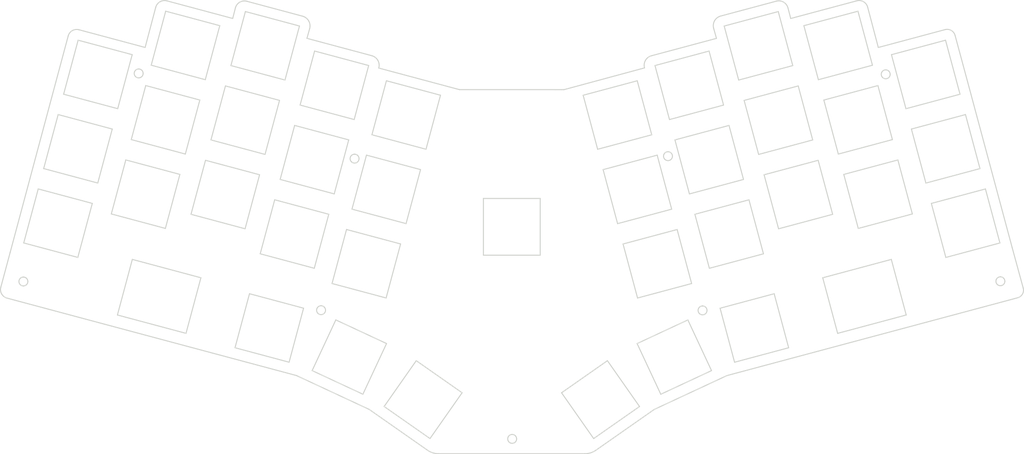
<source format=kicad_pcb>
(kicad_pcb (version 20171130) (host pcbnew "(5.1.10)-1")

  (general
    (thickness 1.6)
    (drawings 270)
    (tracks 0)
    (zones 0)
    (modules 0)
    (nets 1)
  )

  (page A4)
  (layers
    (0 F.Cu signal)
    (31 B.Cu signal)
    (32 B.Adhes user)
    (33 F.Adhes user)
    (34 B.Paste user)
    (35 F.Paste user)
    (36 B.SilkS user)
    (37 F.SilkS user)
    (38 B.Mask user)
    (39 F.Mask user)
    (40 Dwgs.User user)
    (41 Cmts.User user)
    (42 Eco1.User user)
    (43 Eco2.User user)
    (44 Edge.Cuts user)
    (45 Margin user)
    (46 B.CrtYd user)
    (47 F.CrtYd user)
    (48 B.Fab user)
    (49 F.Fab user)
  )

  (setup
    (last_trace_width 0.254)
    (trace_clearance 0.2)
    (zone_clearance 0.508)
    (zone_45_only no)
    (trace_min 0.2)
    (via_size 0.8)
    (via_drill 0.4)
    (via_min_size 0.4)
    (via_min_drill 0.3)
    (uvia_size 0.3)
    (uvia_drill 0.1)
    (uvias_allowed no)
    (uvia_min_size 0.2)
    (uvia_min_drill 0.1)
    (edge_width 0.05)
    (segment_width 0.2)
    (pcb_text_width 0.3)
    (pcb_text_size 1.5 1.5)
    (mod_edge_width 0.12)
    (mod_text_size 1 1)
    (mod_text_width 0.15)
    (pad_size 1.524 1.524)
    (pad_drill 0.762)
    (pad_to_mask_clearance 0)
    (aux_axis_origin 0 0)
    (visible_elements 7FFFFFFF)
    (pcbplotparams
      (layerselection 0x010fc_ffffffff)
      (usegerberextensions false)
      (usegerberattributes true)
      (usegerberadvancedattributes true)
      (creategerberjobfile true)
      (excludeedgelayer true)
      (linewidth 0.100000)
      (plotframeref false)
      (viasonmask false)
      (mode 1)
      (useauxorigin false)
      (hpglpennumber 1)
      (hpglpenspeed 20)
      (hpglpendiameter 15.000000)
      (psnegative false)
      (psa4output false)
      (plotreference true)
      (plotvalue true)
      (plotinvisibletext false)
      (padsonsilk false)
      (subtractmaskfromsilk false)
      (outputformat 1)
      (mirror false)
      (drillshape 0)
      (scaleselection 1)
      (outputdirectory "gerbers/"))
  )

  (net 0 "")

  (net_class Default "This is the default net class."
    (clearance 0.2)
    (trace_width 0.254)
    (via_dia 0.8)
    (via_drill 0.4)
    (uvia_dia 0.3)
    (uvia_drill 0.1)
  )

  (net_class Power ""
    (clearance 0.2)
    (trace_width 0.381)
    (via_dia 0.8)
    (via_drill 0.4)
    (uvia_dia 0.3)
    (uvia_drill 0.1)
  )

  (gr_curve (pts (xy 99.889269 47.220549) (xy 100.217553 47.795855) (xy 100.302154 48.478546) (xy 100.12423 49.116582)) (layer Edge.Cuts) (width 0.25))
  (gr_curve (pts (xy 24.207645 114.609989) (xy 23.917114 114.106742) (xy 23.838435 113.508681) (xy 23.988921 112.947415)) (layer Edge.Cuts) (width 0.25))
  (gr_line (start 185.064523 143.097843) (end 170.679598 153.170098) (layer Edge.Cuts) (width 0.25))
  (gr_curve (pts (xy 62.175038 43.868727) (xy 62.327538 43.290564) (xy 62.704016 42.796939) (xy 63.22126 42.496958)) (layer Edge.Cuts) (width 0.25))
  (gr_curve (pts (xy 25.538055 115.630773) (xy 24.97675 115.480432) (xy 24.498175 115.113236) (xy 24.207645 114.609989)) (layer Edge.Cuts) (width 0.25))
  (gr_line (start 99.45382 51.52068) (end 115.439737 55.803449) (layer Edge.Cuts) (width 0.25))
  (gr_curve (pts (xy 116.940694 56.967152) (xy 117.264341 57.540961) (xy 117.343439 58.220878) (xy 117.16016 58.85366)) (layer Edge.Cuts) (width 0.25))
  (gr_curve (pts (xy 81.821427 44.005116) (xy 81.973053 43.415013) (xy 82.354361 42.910049) (xy 82.880425 42.602692)) (layer Edge.Cuts) (width 0.25))
  (gr_line (start 64.931484 42.270099) (end 81.15058 46.61594) (layer Edge.Cuts) (width 0.25))
  (gr_curve (pts (xy 63.22126 42.496958) (xy 63.738503 42.196978) (xy 64.35392 42.115344) (xy 64.931484 42.270099)) (layer Edge.Cuts) (width 0.25))
  (gr_line (start 167.968405 154.024821) (end 131.89154 154.02238) (layer Edge.Cuts) (width 0.25))
  (gr_line (start 84.622135 42.368781) (end 98.376464 46.053688) (layer Edge.Cuts) (width 0.25))
  (gr_line (start 273.30412 103.186823) (end 276.024638 113.164176) (layer Edge.Cuts) (width 0.25))
  (gr_curve (pts (xy 82.880425 42.602692) (xy 83.406489 42.295336) (xy 84.033618 42.211112) (xy 84.622135 42.368781)) (layer Edge.Cuts) (width 0.25))
  (gr_line (start 100.12423 49.116582) (end 99.45382 51.52068) (layer Edge.Cuts) (width 0.25))
  (gr_curve (pts (xy 98.376464 46.053688) (xy 99.016279 46.2251) (xy 99.560985 46.645244) (xy 99.889269 47.220549)) (layer Edge.Cuts) (width 0.25))
  (gr_line (start 37.566717 62.24964) (end 40.602462 50.924061) (layer Edge.Cuts) (width 0.25))
  (gr_line (start 26.29674 104.339983) (end 37.566717 62.24964) (layer Edge.Cuts) (width 0.25))
  (gr_line (start 202.981685 134.741243) (end 185.064523 143.097843) (layer Edge.Cuts) (width 0.25))
  (gr_line (start 96.87826 134.738599) (end 25.538055 115.630773) (layer Edge.Cuts) (width 0.25))
  (gr_line (start 114.79796 143.095199) (end 96.87826 134.738599) (layer Edge.Cuts) (width 0.25))
  (gr_line (start 81.15058 46.61594) (end 81.821427 44.005116) (layer Edge.Cuts) (width 0.25))
  (gr_line (start 117.16016 58.85366) (end 137.028043 64.17496) (layer Edge.Cuts) (width 0.25))
  (gr_curve (pts (xy 115.439737 55.803449) (xy 116.076085 55.973933) (xy 116.617046 56.393344) (xy 116.940694 56.967152)) (layer Edge.Cuts) (width 0.25))
  (gr_line (start 59.56312 53.77112) (end 62.175038 43.868727) (layer Edge.Cuts) (width 0.25))
  (gr_line (start 23.988921 112.947415) (end 26.29674 104.339983) (layer Edge.Cuts) (width 0.25))
  (gr_line (start 43.243968 49.399075) (end 59.56312 53.77112) (layer Edge.Cuts) (width 0.25))
  (gr_curve (pts (xy 40.602462 50.924061) (xy 40.910845 49.773565) (xy 42.093434 49.090836) (xy 43.243968 49.399075)) (layer Edge.Cuts) (width 0.25))
  (gr_line (start 129.180413 153.167363) (end 114.79796 143.095199) (layer Edge.Cuts) (width 0.25))
  (gr_curve (pts (xy 131.89154 154.02238) (xy 130.921507 154.022315) (xy 129.97498 153.723805) (xy 129.180413 153.167363)) (layer Edge.Cuts) (width 0.25))
  (gr_curve (pts (xy 170.679598 153.170098) (xy 169.884992 153.726478) (xy 168.938434 154.024887) (xy 167.968405 154.024821)) (layer Edge.Cuts) (width 0.25))
  (gr_line (start 137.028043 64.17496) (end 162.826823 64.18004) (layer Edge.Cuts) (width 0.25))
  (gr_curve (pts (xy 188.455936 79.496789) (xy 188.011322 79.496789) (xy 187.610488 79.764618) (xy 187.440342 80.175387)) (layer Edge.Cuts) (width 0.25))
  (gr_curve (pts (xy 195.960515 118.235253) (xy 195.790369 118.646022) (xy 195.884418 119.118838) (xy 196.198807 119.433227)) (layer Edge.Cuts) (width 0.25))
  (gr_curve (pts (xy 189.555206 80.59606) (xy 189.555206 79.98895) (xy 189.063046 79.496789) (xy 188.455936 79.496789)) (layer Edge.Cuts) (width 0.25))
  (gr_line (start 150.046045 149.266779) (end 150.046045 149.266779) (layer Edge.Cuts) (width 0.25))
  (gr_curve (pts (xy 149.030452 149.945377) (xy 148.860305 150.356147) (xy 148.954354 150.828963) (xy 149.268744 151.143352)) (layer Edge.Cuts) (width 0.25))
  (gr_curve (pts (xy 269.618517 112.243252) (xy 269.932906 112.557641) (xy 270.405723 112.65169) (xy 270.816493 112.481544)) (layer Edge.Cuts) (width 0.25))
  (gr_curve (pts (xy 270.816493 112.481544) (xy 271.227261 112.311398) (xy 271.49509 111.910564) (xy 271.49509 111.46595)) (layer Edge.Cuts) (width 0.25))
  (gr_curve (pts (xy 101.920307 118.185217) (xy 101.750161 118.595987) (xy 101.84421 119.068803) (xy 102.158599 119.383192)) (layer Edge.Cuts) (width 0.25))
  (gr_line (start 240.299357 53.77366) (end 256.743559 49.367504) (layer Edge.Cuts) (width 0.25))
  (gr_curve (pts (xy 216.942403 42.581416) (xy 217.482826 42.895804) (xy 217.875495 43.4128) (xy 218.033339 44.017764)) (layer Edge.Cuts) (width 0.25))
  (gr_line (start 184.372167 55.819453) (end 200.406123 51.52322) (layer Edge.Cuts) (width 0.25))
  (gr_curve (pts (xy 102.935901 117.506619) (xy 102.491287 117.506619) (xy 102.090453 117.774448) (xy 101.920307 118.185217)) (layer Edge.Cuts) (width 0.25))
  (gr_curve (pts (xy 199.711217 49.055594) (xy 199.533211 48.423494) (xy 199.615795 47.746432) (xy 199.940521 47.175652)) (layer Edge.Cuts) (width 0.25))
  (gr_curve (pts (xy 215.154551 42.343046) (xy 215.758465 42.18123) (xy 216.401981 42.267028) (xy 216.942403 42.581416)) (layer Edge.Cuts) (width 0.25))
  (gr_line (start 162.826823 64.18004) (end 182.671843 58.81048) (layer Edge.Cuts) (width 0.25))
  (gr_curve (pts (xy 151.145316 150.36605) (xy 151.145316 150.074505) (xy 151.029501 149.794902) (xy 150.823347 149.588748)) (layer Edge.Cuts) (width 0.25))
  (gr_curve (pts (xy 197.396782 119.671519) (xy 197.807551 119.501373) (xy 198.07538 119.100539) (xy 198.07538 118.655926)) (layer Edge.Cuts) (width 0.25))
  (gr_curve (pts (xy 242.903181 59.618672) (xy 242.697028 59.412518) (xy 242.417424 59.296703) (xy 242.125879 59.296703)) (layer Edge.Cuts) (width 0.25))
  (gr_line (start 270.39582 110.366679) (end 270.39582 110.366679) (layer Edge.Cuts) (width 0.25))
  (gr_line (start 196.976109 117.556655) (end 196.976109 117.556655) (layer Edge.Cuts) (width 0.25))
  (gr_curve (pts (xy 196.976109 117.556655) (xy 196.531496 117.556655) (xy 196.130661 117.824483) (xy 195.960515 118.235253)) (layer Edge.Cuts) (width 0.25))
  (gr_curve (pts (xy 241.348577 61.173275) (xy 241.662966 61.487665) (xy 242.135782 61.581714) (xy 242.546552 61.411567)) (layer Edge.Cuts) (width 0.25))
  (gr_line (start 29.556068 110.426623) (end 29.556068 110.426623) (layer Edge.Cuts) (width 0.25))
  (gr_curve (pts (xy 276.024638 113.164176) (xy 276.306502 114.197913) (xy 275.697892 115.260159) (xy 274.665306 115.536793)) (layer Edge.Cuts) (width 0.25))
  (gr_line (start 237.672012 43.812754) (end 240.299357 53.77366) (layer Edge.Cuts) (width 0.25))
  (gr_curve (pts (xy 256.743559 49.367504) (xy 257.824045 49.077987) (xy 258.934867 49.718252) (xy 259.225941 50.79832)) (layer Edge.Cuts) (width 0.25))
  (gr_line (start 218.033339 44.017764) (end 218.711905 46.61848) (layer Edge.Cuts) (width 0.25))
  (gr_line (start 201.439367 46.017972) (end 215.154551 42.343046) (layer Edge.Cuts) (width 0.25))
  (gr_line (start 200.406123 51.52322) (end 199.711217 49.055594) (layer Edge.Cuts) (width 0.25))
  (gr_line (start 188.455936 79.496789) (end 188.455936 79.496789) (layer Edge.Cuts) (width 0.25))
  (gr_curve (pts (xy 187.440342 80.175387) (xy 187.270196 80.586157) (xy 187.364244 81.058973) (xy 187.678634 81.373362)) (layer Edge.Cuts) (width 0.25))
  (gr_curve (pts (xy 182.896679 56.959483) (xy 183.216209 56.397401) (xy 183.74764 55.986792) (xy 184.372167 55.819453)) (layer Edge.Cuts) (width 0.25))
  (gr_curve (pts (xy 150.823347 149.588748) (xy 150.617194 149.382595) (xy 150.33759 149.266779) (xy 150.046045 149.266779)) (layer Edge.Cuts) (width 0.25))
  (gr_curve (pts (xy 182.671843 58.810478) (xy 182.496169 58.188245) (xy 182.577149 57.521565) (xy 182.896679 56.959483)) (layer Edge.Cuts) (width 0.25))
  (gr_line (start 182.671843 58.81048) (end 182.671843 58.810478) (layer Edge.Cuts) (width 0.25))
  (gr_curve (pts (xy 243.22515 60.395974) (xy 243.22515 60.104429) (xy 243.109334 59.824825) (xy 242.903181 59.618672)) (layer Edge.Cuts) (width 0.25))
  (gr_curve (pts (xy 241.110285 59.975301) (xy 240.940139 60.38607) (xy 241.034188 60.858886) (xy 241.348577 61.173275)) (layer Edge.Cuts) (width 0.25))
  (gr_curve (pts (xy 104.035172 118.60589) (xy 104.035172 118.314345) (xy 103.919356 118.034742) (xy 103.713203 117.828588)) (layer Edge.Cuts) (width 0.25))
  (gr_line (start 102.935901 117.506619) (end 102.935901 117.506619) (layer Edge.Cuts) (width 0.25))
  (gr_curve (pts (xy 150.466718 151.381644) (xy 150.877488 151.211498) (xy 151.145316 150.810664) (xy 151.145316 150.36605)) (layer Edge.Cuts) (width 0.25))
  (gr_curve (pts (xy 270.39582 110.366679) (xy 269.951206 110.366679) (xy 269.550372 110.634508) (xy 269.380225 111.045277)) (layer Edge.Cuts) (width 0.25))
  (gr_curve (pts (xy 187.678634 81.373362) (xy 187.993023 81.687751) (xy 188.465839 81.7818) (xy 188.876608 81.611654)) (layer Edge.Cuts) (width 0.25))
  (gr_curve (pts (xy 271.49509 111.46595) (xy 271.49509 111.174405) (xy 271.379275 110.894802) (xy 271.173122 110.688648)) (layer Edge.Cuts) (width 0.25))
  (gr_curve (pts (xy 188.876608 81.611654) (xy 189.287378 81.441508) (xy 189.555206 81.040674) (xy 189.555206 80.59606)) (layer Edge.Cuts) (width 0.25))
  (gr_curve (pts (xy 103.356574 119.621484) (xy 103.767343 119.451338) (xy 104.035172 119.050504) (xy 104.035172 118.60589)) (layer Edge.Cuts) (width 0.25))
  (gr_curve (pts (xy 150.046045 149.266779) (xy 149.601432 149.266779) (xy 149.200598 149.534608) (xy 149.030452 149.945377)) (layer Edge.Cuts) (width 0.25))
  (gr_curve (pts (xy 198.07538 118.655926) (xy 198.07538 118.048815) (xy 197.58322 117.556655) (xy 196.976109 117.556655)) (layer Edge.Cuts) (width 0.25))
  (gr_curve (pts (xy 149.268744 151.143352) (xy 149.583133 151.457741) (xy 150.055949 151.55179) (xy 150.466718 151.381644)) (layer Edge.Cuts) (width 0.25))
  (gr_curve (pts (xy 102.158599 119.383192) (xy 102.472988 119.697581) (xy 102.945804 119.79163) (xy 103.356574 119.621484)) (layer Edge.Cuts) (width 0.25))
  (gr_curve (pts (xy 236.653835 42.477756) (xy 237.157214 42.769694) (xy 237.5236 43.250089) (xy 237.672012 43.812754)) (layer Edge.Cuts) (width 0.25))
  (gr_line (start 242.125879 59.296703) (end 242.125879 59.296703) (layer Edge.Cuts) (width 0.25))
  (gr_curve (pts (xy 242.546552 61.411567) (xy 242.957321 61.241421) (xy 243.22515 60.840587) (xy 243.22515 60.395974)) (layer Edge.Cuts) (width 0.25))
  (gr_curve (pts (xy 103.713203 117.828588) (xy 103.50705 117.622435) (xy 103.227446 117.506619) (xy 102.935901 117.506619)) (layer Edge.Cuts) (width 0.25))
  (gr_line (start 262.648819 63.49932) (end 273.30412 103.186823) (layer Edge.Cuts) (width 0.25))
  (gr_line (start 259.225941 50.79832) (end 262.648819 63.49932) (layer Edge.Cuts) (width 0.25))
  (gr_curve (pts (xy 234.989454 42.256977) (xy 235.551537 42.10637) (xy 236.150456 42.185816) (xy 236.653835 42.477756)) (layer Edge.Cuts) (width 0.25))
  (gr_curve (pts (xy 274.665306 115.536793) (xy 265.460015 118.002884) (xy 224.570021 128.957614) (xy 202.981685 134.741243)) (layer Edge.Cuts) (width 0.25))
  (gr_line (start 218.711905 46.61848) (end 234.989454 42.256977) (layer Edge.Cuts) (width 0.25))
  (gr_curve (pts (xy 199.940521 47.175652) (xy 200.265246 46.604872) (xy 200.805056 46.187933) (xy 201.439367 46.017972)) (layer Edge.Cuts) (width 0.25))
  (gr_curve (pts (xy 196.198807 119.433227) (xy 196.513196 119.747617) (xy 196.986012 119.841666) (xy 197.396782 119.671519)) (layer Edge.Cuts) (width 0.25))
  (gr_curve (pts (xy 269.380225 111.045277) (xy 269.21008 111.456047) (xy 269.304129 111.928863) (xy 269.618517 112.243252)) (layer Edge.Cuts) (width 0.25))
  (gr_curve (pts (xy 271.173122 110.688648) (xy 270.966969 110.482495) (xy 270.687364 110.366679) (xy 270.39582 110.366679)) (layer Edge.Cuts) (width 0.25))
  (gr_curve (pts (xy 242.125879 59.296703) (xy 241.681266 59.296703) (xy 241.280431 59.564531) (xy 241.110285 59.975301)) (layer Edge.Cuts) (width 0.25))
  (gr_curve (pts (xy 111.616654 82.221508) (xy 112.027423 82.051362) (xy 112.295252 81.650528) (xy 112.295252 81.205914)) (layer Edge.Cuts) (width 0.25))
  (gr_line (start 80.71116 58.23898) (end 94.03854 61.81022) (layer Edge.Cuts) (width 0.25))
  (gr_line (start 39.47426 65.3078) (end 52.80418 68.87904) (layer Edge.Cuts) (width 0.25))
  (gr_line (start 256.87286 51.98042) (end 260.444099 65.31034) (layer Edge.Cuts) (width 0.25))
  (gr_line (start 39.47426 65.3078) (end 43.04804 51.97788) (layer Edge.Cuts) (width 0.25))
  (gr_line (start 171.11484 78.89172) (end 167.5436 65.5618) (layer Edge.Cuts) (width 0.25))
  (gr_line (start 127.45732 83.9133) (end 114.1274 80.34206) (layer Edge.Cuts) (width 0.25))
  (gr_line (start 235.2854 44.8227) (end 221.95548 48.39394) (layer Edge.Cuts) (width 0.25))
  (gr_line (start 92.69488 66.83434) (end 79.36496 63.26056) (layer Edge.Cuts) (width 0.25))
  (gr_line (start 171.11484 78.89172) (end 184.44476 75.32048) (layer Edge.Cuts) (width 0.25))
  (gr_line (start 56.14682 76.50412) (end 69.47674 80.07536) (layer Edge.Cuts) (width 0.25))
  (gr_line (start 92.69488 66.83434) (end 89.1211 80.16426) (layer Edge.Cuts) (width 0.25))
  (gr_line (start 51.46052 73.90316) (end 38.1306 70.32938) (layer Edge.Cuts) (width 0.25))
  (gr_line (start 75.79118 76.59048) (end 89.1211 80.16426) (layer Edge.Cuts) (width 0.25))
  (gr_curve (pts (xy 56.96028 59.755285) (xy 56.790134 60.166055) (xy 56.884183 60.638871) (xy 57.198572 60.95326)) (layer Edge.Cuts) (width 0.25))
  (gr_line (start 115.4736 75.31794) (end 128.80352 78.88918) (layer Edge.Cuts) (width 0.25))
  (gr_curve (pts (xy 29.556068 110.426623) (xy 28.948957 110.426623) (xy 28.456797 110.918784) (xy 28.456797 111.525894)) (layer Edge.Cuts) (width 0.25))
  (gr_curve (pts (xy 59.075145 60.175958) (xy 59.075145 59.884413) (xy 58.959329 59.60481) (xy 58.753176 59.398655)) (layer Edge.Cuts) (width 0.25))
  (gr_line (start 56.14682 76.50412) (end 59.71806 63.1742) (layer Edge.Cuts) (width 0.25))
  (gr_curve (pts (xy 111.973283 80.428612) (xy 111.76713 80.222459) (xy 111.487526 80.106643) (xy 111.195981 80.106643)) (layer Edge.Cuts) (width 0.25))
  (gr_line (start 80.71116 58.23898) (end 84.2824 44.90906) (layer Edge.Cuts) (width 0.25))
  (gr_line (start 115.4736 75.31794) (end 119.04484 61.98802) (layer Edge.Cuts) (width 0.25))
  (gr_line (start 225.52672 61.72386) (end 221.95548 48.39394) (layer Edge.Cuts) (width 0.25))
  (gr_curve (pts (xy 111.195981 80.106643) (xy 110.751367 80.106643) (xy 110.350533 80.374472) (xy 110.180387 80.785241)) (layer Edge.Cuts) (width 0.25))
  (gr_line (start 77.96542 48.39394) (end 74.39418 61.72386) (layer Edge.Cuts) (width 0.25))
  (gr_line (start 34.55682 83.6593) (end 38.1306 70.32938) (layer Edge.Cuts) (width 0.25))
  (gr_line (start 247.11418 68.88158) (end 243.54294 55.55166) (layer Edge.Cuts) (width 0.25))
  (gr_line (start 205.87982 61.81276) (end 219.20974 58.24152) (layer Edge.Cuts) (width 0.25))
  (gr_line (start 180.87352 61.99056) (end 184.44476 75.32048) (layer Edge.Cuts) (width 0.25))
  (gr_line (start 57.975874 59.076687) (end 57.975874 59.076687) (layer Edge.Cuts) (width 0.25))
  (gr_curve (pts (xy 29.556068 112.625165) (xy 30.163179 112.625165) (xy 30.655339 112.133005) (xy 30.655339 111.525894)) (layer Edge.Cuts) (width 0.25))
  (gr_curve (pts (xy 58.753176 59.398655) (xy 58.547023 59.192503) (xy 58.267419 59.076687) (xy 57.975874 59.076687)) (layer Edge.Cuts) (width 0.25))
  (gr_line (start 34.55682 83.6593) (end 47.88674 87.23054) (layer Edge.Cuts) (width 0.25))
  (gr_curve (pts (xy 112.295252 81.205914) (xy 112.295252 80.914369) (xy 112.179436 80.634766) (xy 111.973283 80.428612)) (layer Edge.Cuts) (width 0.25))
  (gr_line (start 97.61232 48.4803) (end 94.03854 61.81022) (layer Edge.Cuts) (width 0.25))
  (gr_line (start 215.6385 44.9116) (end 219.20974 58.24152) (layer Edge.Cuts) (width 0.25))
  (gr_line (start 132.374759 65.55926) (end 119.04484 61.98802) (layer Edge.Cuts) (width 0.25))
  (gr_line (start 73.04798 66.74544) (end 59.71806 63.1742) (layer Edge.Cuts) (width 0.25))
  (gr_line (start 61.06426 58.15008) (end 64.6355 44.82016) (layer Edge.Cuts) (width 0.25))
  (gr_curve (pts (xy 57.975874 59.076687) (xy 57.53126 59.076687) (xy 57.130426 59.344515) (xy 56.96028 59.755285)) (layer Edge.Cuts) (width 0.25))
  (gr_line (start 56.37796 55.54912) (end 43.04804 51.97788) (layer Edge.Cuts) (width 0.25))
  (gr_curve (pts (xy 110.418679 81.983216) (xy 110.733068 82.297605) (xy 111.205884 82.391654) (xy 111.616654 82.221508)) (layer Edge.Cuts) (width 0.25))
  (gr_curve (pts (xy 110.180387 80.785241) (xy 110.010241 81.196011) (xy 110.10429 81.668827) (xy 110.418679 81.983216)) (layer Edge.Cuts) (width 0.25))
  (gr_line (start 56.37796 55.54912) (end 52.80418 68.87904) (layer Edge.Cuts) (width 0.25))
  (gr_line (start 215.6385 44.9116) (end 202.30858 48.48284) (layer Edge.Cuts) (width 0.25))
  (gr_line (start 51.46052 73.90316) (end 47.88674 87.23054) (layer Edge.Cuts) (width 0.25))
  (gr_line (start 256.87286 51.98042) (end 243.54294 55.55166) (layer Edge.Cuts) (width 0.25))
  (gr_line (start 77.96542 48.39394) (end 64.6355 44.82016) (layer Edge.Cuts) (width 0.25))
  (gr_line (start 132.374759 65.55926) (end 128.80352 78.88918) (layer Edge.Cuts) (width 0.25))
  (gr_line (start 97.61232 48.4803) (end 84.2824 44.90906) (layer Edge.Cuts) (width 0.25))
  (gr_line (start 180.87352 61.99056) (end 167.5436 65.5618) (layer Edge.Cuts) (width 0.25))
  (gr_line (start 247.11418 68.88158) (end 260.444099 65.31034) (layer Edge.Cuts) (width 0.25))
  (gr_line (start 205.87982 61.81276) (end 202.30858 48.48284) (layer Edge.Cuts) (width 0.25))
  (gr_line (start 75.79118 76.59048) (end 79.36496 63.26056) (layer Edge.Cuts) (width 0.25))
  (gr_line (start 225.52672 61.72386) (end 238.85664 58.15262) (layer Edge.Cuts) (width 0.25))
  (gr_curve (pts (xy 30.33337 110.748592) (xy 30.127217 110.542439) (xy 29.847613 110.426623) (xy 29.556068 110.426623)) (layer Edge.Cuts) (width 0.25))
  (gr_curve (pts (xy 30.655339 111.525894) (xy 30.655339 111.234349) (xy 30.539523 110.954746) (xy 30.33337 110.748592)) (layer Edge.Cuts) (width 0.25))
  (gr_curve (pts (xy 28.456797 111.525894) (xy 28.456797 112.133005) (xy 28.948957 112.625165) (xy 29.556068 112.625165)) (layer Edge.Cuts) (width 0.25))
  (gr_line (start 111.195981 80.106643) (end 111.195981 80.106643) (layer Edge.Cuts) (width 0.25))
  (gr_line (start 61.06426 58.15008) (end 74.39418 61.72386) (layer Edge.Cuts) (width 0.25))
  (gr_curve (pts (xy 58.396547 61.191552) (xy 58.807316 61.021406) (xy 59.075145 60.620572) (xy 59.075145 60.175958)) (layer Edge.Cuts) (width 0.25))
  (gr_line (start 235.2854 44.8227) (end 238.85664 58.15262) (layer Edge.Cuts) (width 0.25))
  (gr_line (start 73.04798 66.74544) (end 69.47674 80.07536) (layer Edge.Cuts) (width 0.25))
  (gr_curve (pts (xy 57.198572 60.95326) (xy 57.512961 61.267649) (xy 57.985777 61.361698) (xy 58.396547 61.191552)) (layer Edge.Cuts) (width 0.25))
  (gr_line (start 29.63938 102.01334) (end 42.9693 105.58458) (layer Edge.Cuts) (width 0.25))
  (gr_line (start 68.13054 85.09694) (end 64.55676 98.42686) (layer Edge.Cuts) (width 0.25))
  (gr_line (start 190.7084 98.6961) (end 194.27964 112.02602) (layer Edge.Cuts) (width 0.25))
  (gr_line (start 137.701139 138.98304) (end 126.39814 131.06586) (layer Edge.Cuts) (width 0.25))
  (gr_line (start 81.72208 127.87308) (end 95.052 131.44432) (layer Edge.Cuts) (width 0.25))
  (gr_line (start 245.12028 81.52824) (end 231.79036 85.09948) (layer Edge.Cuts) (width 0.25))
  (gr_line (start 225.47338 81.61714) (end 212.14346 85.18838) (layer Edge.Cuts) (width 0.25))
  (gr_line (start 87.77744 85.18584) (end 74.44752 81.6146) (layer Edge.Cuts) (width 0.25))
  (gr_line (start 46.54308 92.25466) (end 33.21316 88.68342) (layer Edge.Cuts) (width 0.25))
  (gr_line (start 105.63872 112.02348) (end 118.96864 115.59472) (layer Edge.Cuts) (width 0.25))
  (gr_line (start 180.95226 115.59726) (end 194.27964 112.02602) (layer Edge.Cuts) (width 0.25))
  (gr_line (start 70.873739 94.94452) (end 74.44752 81.6146) (layer Edge.Cuts) (width 0.25))
  (gr_line (start 256.94906 105.58712) (end 270.27898 102.01588) (layer Edge.Cuts) (width 0.25))
  (gr_line (start 185.79096 80.3446) (end 189.3622 93.67452) (layer Edge.Cuts) (width 0.25))
  (gr_line (start 252.03162 87.23308) (end 265.361539 83.66184) (layer Edge.Cuts) (width 0.25))
  (gr_line (start 261.790299 70.33192) (end 265.361539 83.66184) (layer Edge.Cuts) (width 0.25))
  (gr_line (start 46.54308 92.25466) (end 42.9693 105.58458) (layer Edge.Cuts) (width 0.25))
  (gr_line (start 98.62324 118.1144) (end 95.052 131.44432) (layer Edge.Cuts) (width 0.25))
  (gr_line (start 266.707739 88.68596) (end 253.37782 92.2572) (layer Edge.Cuts) (width 0.25))
  (gr_line (start 225.47338 81.61714) (end 229.04462 94.94706) (layer Edge.Cuts) (width 0.25))
  (gr_line (start 220.55594 63.2631) (end 207.22602 66.83688) (layer Edge.Cuts) (width 0.25))
  (gr_line (start 235.3616 98.4294) (end 248.69152 94.85816) (layer Edge.Cuts) (width 0.25))
  (gr_line (start 122.53988 102.2648) (end 109.20996 98.69356) (layer Edge.Cuts) (width 0.25))
  (gr_line (start 198.65606 108.26428) (end 195.08482 94.93436) (layer Edge.Cuts) (width 0.25))
  (gr_line (start 127.45732 83.9133) (end 123.88608 97.24322) (layer Edge.Cuts) (width 0.25))
  (gr_line (start 68.13054 85.09694) (end 54.80062 81.5257) (layer Edge.Cuts) (width 0.25))
  (gr_line (start 240.20284 63.17674) (end 226.87292 66.74798) (layer Edge.Cuts) (width 0.25))
  (gr_line (start 266.707739 88.68596) (end 270.27898 102.01588) (layer Edge.Cuts) (width 0.25))
  (gr_line (start 215.7147 98.5183) (end 212.14346 85.18838) (layer Edge.Cuts) (width 0.25))
  (gr_line (start 185.79096 80.3446) (end 172.46104 83.91584) (layer Edge.Cuts) (width 0.25))
  (gr_line (start 176.03228 97.24576) (end 189.3622 93.67452) (layer Edge.Cuts) (width 0.25))
  (gr_line (start 208.41474 91.36312) (end 195.08482 94.93436) (layer Edge.Cuts) (width 0.25))
  (gr_line (start 176.03228 97.24576) (end 172.46104 83.91584) (layer Edge.Cuts) (width 0.25))
  (gr_line (start 81.72208 127.87308) (end 85.29332 114.54316) (layer Edge.Cuts) (width 0.25))
  (gr_line (start 51.22938 94.85562) (end 54.80062 81.5257) (layer Edge.Cuts) (width 0.25))
  (gr_line (start 105.63872 112.02348) (end 109.20996 98.69356) (layer Edge.Cuts) (width 0.25))
  (gr_line (start 193.73862 89.91278) (end 190.16738 76.58286) (layer Edge.Cuts) (width 0.25))
  (gr_line (start 29.63938 102.01334) (end 33.21316 88.68342) (layer Edge.Cuts) (width 0.25))
  (gr_line (start 210.79726 80.16426) (end 224.12718 76.59302) (layer Edge.Cuts) (width 0.25))
  (gr_line (start 235.3616 98.4294) (end 231.79036 85.09948) (layer Edge.Cuts) (width 0.25))
  (gr_line (start 208.41474 91.36312) (end 211.98598 104.69304) (layer Edge.Cuts) (width 0.25))
  (gr_line (start 198.65606 108.26428) (end 211.98598 104.69304) (layer Edge.Cuts) (width 0.25))
  (gr_line (start 51.22938 94.85562) (end 64.55676 98.42686) (layer Edge.Cuts) (width 0.25))
  (gr_line (start 245.12028 81.52824) (end 248.69152 94.85816) (layer Edge.Cuts) (width 0.25))
  (gr_line (start 98.62324 118.1144) (end 85.29332 114.54316) (layer Edge.Cuts) (width 0.25))
  (gr_line (start 230.44416 80.0779) (end 226.87292 66.74798) (layer Edge.Cuts) (width 0.25))
  (gr_line (start 122.53988 102.2648) (end 118.96864 115.59472) (layer Edge.Cuts) (width 0.25))
  (gr_line (start 256.94906 105.58712) (end 253.37782 92.2572) (layer Edge.Cuts) (width 0.25))
  (gr_line (start 190.7084 98.6961) (end 177.37848 102.26734) (layer Edge.Cuts) (width 0.25))
  (gr_line (start 110.55616 93.67198) (end 123.88608 97.24322) (layer Edge.Cuts) (width 0.25))
  (gr_line (start 203.4973 73.01162) (end 190.16738 76.58286) (layer Edge.Cuts) (width 0.25))
  (gr_line (start 193.73862 89.91278) (end 207.06854 86.34154) (layer Edge.Cuts) (width 0.25))
  (gr_line (start 203.4973 73.01162) (end 207.06854 86.34154) (layer Edge.Cuts) (width 0.25))
  (gr_line (start 210.79726 80.16426) (end 207.22602 66.83688) (layer Edge.Cuts) (width 0.25))
  (gr_line (start 230.44416 80.0779) (end 243.77408 76.50666) (layer Edge.Cuts) (width 0.25))
  (gr_line (start 252.03162 87.23308) (end 248.46038 73.90316) (layer Edge.Cuts) (width 0.25))
  (gr_line (start 180.95226 115.59726) (end 177.37848 102.26734) (layer Edge.Cuts) (width 0.25))
  (gr_line (start 215.7147 98.5183) (end 229.04462 94.94706) (layer Edge.Cuts) (width 0.25))
  (gr_line (start 110.55616 93.67198) (end 114.1274 80.34206) (layer Edge.Cuts) (width 0.25))
  (gr_line (start 220.55594 63.2631) (end 224.12718 76.59302) (layer Edge.Cuts) (width 0.25))
  (gr_line (start 70.873739 94.94452) (end 84.20366 98.51576) (layer Edge.Cuts) (width 0.25))
  (gr_line (start 87.77744 85.18584) (end 84.20366 98.51576) (layer Edge.Cuts) (width 0.25))
  (gr_line (start 240.20284 63.17674) (end 243.77408 76.50666) (layer Edge.Cuts) (width 0.25))
  (gr_line (start 261.790299 70.33192) (end 248.46038 73.90316) (layer Edge.Cuts) (width 0.25))
  (gr_line (start 186.67742 139.3488) (end 199.18438 133.51696) (layer Edge.Cuts) (width 0.25))
  (gr_line (start 214.62758 114.5457) (end 201.29766 118.11694) (layer Edge.Cuts) (width 0.25))
  (gr_line (start 204.8689 131.44686) (end 201.29766 118.11694) (layer Edge.Cuts) (width 0.25))
  (gr_line (start 56.41098 106.0748) (end 52.7356 119.79334) (layer Edge.Cuts) (width 0.25))
  (gr_line (start 92.84982 86.339) (end 106.17974 89.91024) (layer Edge.Cuts) (width 0.25))
  (gr_line (start 214.62758 114.5457) (end 218.19882 127.87562) (layer Edge.Cuts) (width 0.25))
  (gr_line (start 114.67096 58.22882) (end 111.09718 71.55874) (layer Edge.Cuts) (width 0.25))
  (gr_line (start 156.95688 105.0334) (end 142.9564 105.0334) (layer Edge.Cuts) (width 0.25))
  (gr_line (start 109.75352 76.58032) (end 96.4236 73.00908) (layer Edge.Cuts) (width 0.25))
  (gr_line (start 156.95688 91.03292) (end 142.9564 91.03292) (layer Edge.Cuts) (width 0.25))
  (gr_line (start 188.82118 71.55874) (end 202.1511 67.9875) (layer Edge.Cuts) (width 0.25))
  (gr_line (start 56.41098 106.0748) (end 73.31468 110.60616) (layer Edge.Cuts) (width 0.25))
  (gr_line (start 119.07532 126.8393) (end 106.56836 121.00746) (layer Edge.Cuts) (width 0.25))
  (gr_line (start 100.73652 133.51442) (end 113.24348 139.34626) (layer Edge.Cuts) (width 0.25))
  (gr_line (start 156.95688 105.0334) (end 156.95688 91.03292) (layer Edge.Cuts) (width 0.25))
  (gr_line (start 87.93238 104.6905) (end 101.2623 108.26174) (layer Edge.Cuts) (width 0.25))
  (gr_line (start 226.60114 110.60616) (end 230.27652 124.32216) (layer Edge.Cuts) (width 0.25))
  (gr_line (start 69.6393 124.32216) (end 73.31468 110.60616) (layer Edge.Cuts) (width 0.25))
  (gr_line (start 114.67096 58.22882) (end 101.34104 54.65504) (layer Edge.Cuts) (width 0.25))
  (gr_line (start 92.84982 86.339) (end 96.4236 73.00908) (layer Edge.Cuts) (width 0.25))
  (gr_line (start 118.4835 142.3714) (end 126.39814 131.06586) (layer Edge.Cuts) (width 0.25))
  (gr_line (start 137.701139 138.98304) (end 129.7865 150.28604) (layer Edge.Cuts) (width 0.25))
  (gr_line (start 226.60114 110.60616) (end 243.50484 106.0748) (layer Edge.Cuts) (width 0.25))
  (gr_line (start 170.13186 150.28858) (end 181.4374 142.37394) (layer Edge.Cuts) (width 0.25))
  (gr_line (start 97.76726 67.98496) (end 101.34104 54.65504) (layer Edge.Cuts) (width 0.25))
  (gr_line (start 198.57986 54.65758) (end 202.1511 67.9875) (layer Edge.Cuts) (width 0.25))
  (gr_line (start 247.18022 119.7908) (end 230.27652 124.32216) (layer Edge.Cuts) (width 0.25))
  (gr_line (start 170.13186 150.28858) (end 162.21722 138.98558) (layer Edge.Cuts) (width 0.25))
  (gr_line (start 186.67742 139.3488) (end 180.84304 126.84184) (layer Edge.Cuts) (width 0.25))
  (gr_line (start 198.57986 54.65758) (end 185.24994 58.23136) (layer Edge.Cuts) (width 0.25))
  (gr_line (start 188.82118 71.55874) (end 185.24994 58.23136) (layer Edge.Cuts) (width 0.25))
  (gr_line (start 109.75352 76.58032) (end 106.17974 89.91024) (layer Edge.Cuts) (width 0.25))
  (gr_line (start 247.18022 119.7908) (end 243.50484 106.0748) (layer Edge.Cuts) (width 0.25))
  (gr_line (start 104.83608 94.93436) (end 101.2623 108.26174) (layer Edge.Cuts) (width 0.25))
  (gr_line (start 173.52276 131.0684) (end 162.21722 138.98558) (layer Edge.Cuts) (width 0.25))
  (gr_line (start 100.73652 133.51442) (end 106.56836 121.00746) (layer Edge.Cuts) (width 0.25))
  (gr_line (start 119.07532 126.8393) (end 113.24348 139.34626) (layer Edge.Cuts) (width 0.25))
  (gr_line (start 69.6393 124.32216) (end 52.7356 119.79334) (layer Edge.Cuts) (width 0.25))
  (gr_line (start 97.76726 67.98496) (end 111.09718 71.55874) (layer Edge.Cuts) (width 0.25))
  (gr_line (start 104.83608 94.93436) (end 91.50616 91.36058) (layer Edge.Cuts) (width 0.25))
  (gr_line (start 118.4835 142.3714) (end 129.7865 150.28604) (layer Edge.Cuts) (width 0.25))
  (gr_line (start 173.52276 131.0684) (end 181.4374 142.37394) (layer Edge.Cuts) (width 0.25))
  (gr_line (start 193.35 121.01) (end 199.18438 133.51696) (layer Edge.Cuts) (width 0.25))
  (gr_line (start 204.8689 131.44686) (end 218.19882 127.87562) (layer Edge.Cuts) (width 0.25))
  (gr_line (start 87.93238 104.6905) (end 91.50616 91.36058) (layer Edge.Cuts) (width 0.25))
  (gr_line (start 142.9564 105.0334) (end 142.9564 91.03292) (layer Edge.Cuts) (width 0.25))
  (gr_line (start 193.35 121.01) (end 180.84304 126.84184) (layer Edge.Cuts) (width 0.25))

)

</source>
